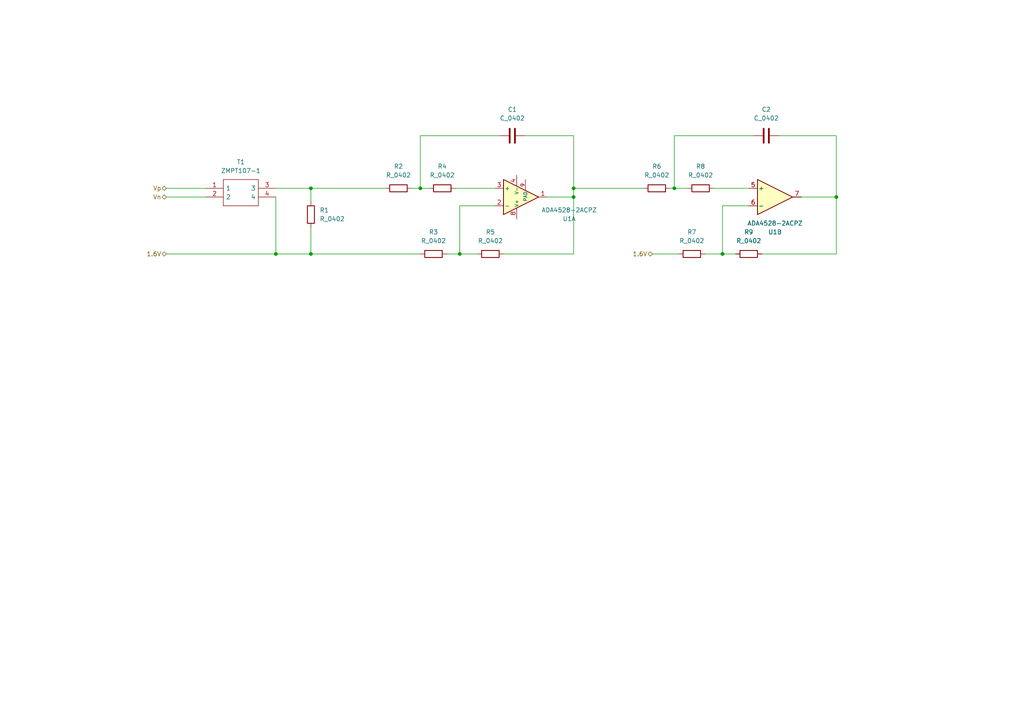
<source format=kicad_sch>
(kicad_sch (version 20231120) (generator "eeschema") (generator_version "8.0")
  (paper "A4")
  (lib_symbols
    (symbol "Mouser:ZMPT107-1" (pin_names (offset 0.762))
      (property "Reference" "T" (at 16.51 7.62 0))
      (property "Value" "ZMPT107-1" (at 16.51 5.08 0))
      (symbol "ZMPT107-1_0_0"
        (pin passive line (at 0 0 0) (length 5.08) (name "1") (number "1"))
        (pin passive line (at 0 -2.54 0) (length 5.08) (name "2") (number "2"))
        (pin passive line (at 20.32 0 180) (length 5.08) (name "3") (number "3"))
        (pin passive line (at 20.32 -2.54 180) (length 5.08) (name "4") (number "4"))
      )
      (symbol "ZMPT107-1_0_1"
        (polyline (pts (xy 5.08 2.54) (xy 15.24 2.54) (xy 15.24 -5.08) (xy 5.08 -5.08) (xy 5.08 2.54)) (stroke (width 0.1524)))
      )
    )
    (symbol "PCM_Amplifier_Operational_AKL:ADA4528-2ACPZ" (pin_names (offset 0.2))
      (property "Reference" "U" (at 2.54 7.62 0))
      (property "Value" "ADA4528-2ACPZ" (at 2.54 5.08 0))
      (symbol "ADA4528-2ACPZ_0_1"
        (polyline (pts (xy -5.08 5.08) (xy -5.08 -5.08) (xy 5.08 0) (xy -5.08 5.08)) (stroke (width 0.254)) (fill (type background)))
      )
      (symbol "ADA4528-2ACPZ_1_1"
        (pin output line (at 7.62 0 180) (length 2.54) (name "~") (number "1"))
        (pin input line (at -7.62 2.54 0) (length 2.54) (name "-") (number "2"))
        (pin input line (at -7.62 -2.54 0) (length 2.54) (name "+") (number "3"))
        (pin power_in line (at -1.27 -6.35 90) (length 3.18) (name "V-") (number "4"))
        (pin power_in line (at -1.27 6.35 270) (length 3.18) (name "V+") (number "8"))
        (pin power_in line (at 1.27 -5.08 90) (length 3.18) (name "PAD") (number "9"))
      )
      (symbol "ADA4528-2ACPZ_2_1"
        (pin input line (at -7.62 -2.54 0) (length 2.54) (name "+") (number "5"))
        (pin input line (at -7.62 2.54 0) (length 2.54) (name "-") (number "6"))
        (pin output line (at 7.62 0 180) (length 2.54) (name "~") (number "7"))
      )
    )
    (symbol "PCM_Capacitor_AKL:C_0402" (pin_numbers hide) (pin_names (offset 0.254))
      (property "Reference" "C" (at 0.635 2.54 0))
      (property "Value" "C_0402" (at 0.635 -2.54 0))
      (symbol "C_0402_0_1"
        (polyline (pts (xy -2.032 -0.762) (xy 2.032 -0.762)) (stroke (width 0.508)))
        (polyline (pts (xy -2.032 0.762) (xy 2.032 0.762)) (stroke (width 0.508)))
      )
      (symbol "C_0402_0_2"
        (polyline (pts (xy -2.54 -2.54) (xy -0.381 -0.381)))
        (polyline (pts (xy -0.508 -0.508) (xy -1.651 0.635)) (stroke (width 0.508)))
        (polyline (pts (xy -0.508 -0.508) (xy 0.635 -1.651)) (stroke (width 0.508)))
        (polyline (pts (xy 0.381 0.381) (xy 2.54 2.54)))
        (polyline (pts (xy 0.508 0.508) (xy -0.635 1.651)) (stroke (width 0.508)))
        (polyline (pts (xy 0.508 0.508) (xy 1.651 -0.635)) (stroke (width 0.508)))
      )
      (symbol "C_0402_1_1"
        (pin passive line (at 0 3.81 270) (length 2.794) (name "~") (number "1"))
        (pin passive line (at 0 -3.81 90) (length 2.794) (name "~") (number "2"))
      )
      (symbol "C_0402_1_2"
        (pin passive line (at 2.54 2.54 270) (length 0) (name "~") (number "1"))
        (pin passive line (at -2.54 -2.54 90) (length 0) (name "~") (number "2"))
      )
    )
    (symbol "PCM_Resistor_AKL:R_0402" (pin_numbers hide) (pin_names (offset 0))
      (property "Reference" "R" (at 2.54 1.27 0))
      (property "Value" "R_0402" (at 2.54 -1.27 0))
      (symbol "R_0402_0_1"
        (rectangle (start -1.016 2.54) (end 1.016 -2.54) (stroke (width 0.254)))
      )
      (symbol "R_0402_0_2"
        (polyline (pts (xy -2.54 -2.54) (xy -1.524 -1.524)))
        (polyline (pts (xy 1.524 1.524) (xy 2.54 2.54)))
        (polyline (pts (xy 1.524 1.524) (xy 0.889 2.159) (xy -2.159 -0.889) (xy -0.889 -2.159) (xy 2.159 0.889) (xy 1.524 1.524)) (stroke (width 0.254)))
      )
      (symbol "R_0402_1_1"
        (pin passive line (at 0 3.81 270) (length 1.27) (name "~") (number "1"))
        (pin passive line (at 0 -3.81 90) (length 1.27) (name "~") (number "2"))
      )
      (symbol "R_0402_1_2"
        (pin passive line (at 2.54 2.54 180) (length 0) (name "") (number "1"))
        (pin passive line (at -2.54 -2.54 0) (length 0) (name "") (number "2"))
      )
    )
  )
  (junction (at 121.92 54.61))
  (junction (at 209.55 73.66))
  (junction (at 90.17 54.61))
  (junction (at 195.58 54.61))
  (junction (at 166.37 57.15))
  (junction (at 166.37 54.61))
  (junction (at 133.35 73.66))
  (junction (at 242.57 57.15))
  (junction (at 80.01 73.66))
  (junction (at 90.17 73.66))
  (wire (pts (xy 133.35 59.69) (xy 133.35 73.66)))
  (wire (pts (xy 242.57 73.66) (xy 242.57 57.15)))
  (wire (pts (xy 80.01 73.66) (xy 90.17 73.66)))
  (wire (pts (xy 48.26 54.61) (xy 59.69 54.61)))
  (wire (pts (xy 195.58 39.37) (xy 195.58 54.61)))
  (wire (pts (xy 119.38 54.61) (xy 121.92 54.61)))
  (wire (pts (xy 209.55 59.69) (xy 209.55 73.66)))
  (wire (pts (xy 80.01 57.15) (xy 80.01 73.66)))
  (wire (pts (xy 146.05 73.66) (xy 166.37 73.66)))
  (wire (pts (xy 166.37 54.61) (xy 166.37 57.15)))
  (wire (pts (xy 209.55 73.66) (xy 204.47 73.66)))
  (wire (pts (xy 111.76 54.61) (xy 90.17 54.61)))
  (wire (pts (xy 195.58 54.61) (xy 199.39 54.61)))
  (wire (pts (xy 226.06 39.37) (xy 242.57 39.37)))
  (wire (pts (xy 90.17 73.66) (xy 90.17 66.04)))
  (wire (pts (xy 143.51 59.69) (xy 133.35 59.69)))
  (wire (pts (xy 166.37 54.61) (xy 186.69 54.61)))
  (wire (pts (xy 144.78 39.37) (xy 121.92 39.37)))
  (wire (pts (xy 242.57 39.37) (xy 242.57 57.15)))
  (wire (pts (xy 133.35 73.66) (xy 129.54 73.66)))
  (wire (pts (xy 166.37 73.66) (xy 166.37 57.15)))
  (wire (pts (xy 121.92 39.37) (xy 121.92 54.61)))
  (wire (pts (xy 166.37 39.37) (xy 166.37 54.61)))
  (wire (pts (xy 217.17 59.69) (xy 209.55 59.69)))
  (wire (pts (xy 196.85 73.66) (xy 189.23 73.66)))
  (wire (pts (xy 132.08 54.61) (xy 143.51 54.61)))
  (wire (pts (xy 207.01 54.61) (xy 217.17 54.61)))
  (wire (pts (xy 121.92 54.61) (xy 124.46 54.61)))
  (wire (pts (xy 90.17 54.61) (xy 90.17 58.42)))
  (wire (pts (xy 194.31 54.61) (xy 195.58 54.61)))
  (wire (pts (xy 133.35 73.66) (xy 138.43 73.66)))
  (wire (pts (xy 218.44 39.37) (xy 195.58 39.37)))
  (wire (pts (xy 48.26 57.15) (xy 59.69 57.15)))
  (wire (pts (xy 242.57 57.15) (xy 232.41 57.15)))
  (wire (pts (xy 152.4 39.37) (xy 166.37 39.37)))
  (wire (pts (xy 48.26 73.66) (xy 80.01 73.66)))
  (wire (pts (xy 220.98 73.66) (xy 242.57 73.66)))
  (wire (pts (xy 166.37 57.15) (xy 158.75 57.15)))
  (wire (pts (xy 209.55 73.66) (xy 213.36 73.66)))
  (wire (pts (xy 80.01 54.61) (xy 90.17 54.61)))
  (wire (pts (xy 121.92 73.66) (xy 90.17 73.66)))
  (hierarchical_label "Vn" (shape bidirectional) (at 48.26 57.15 180))
  (hierarchical_label "1.6V" (shape bidirectional) (at 189.23 73.66 180))
  (hierarchical_label "Vp" (shape bidirectional) (at 48.26 54.61 180))
  (hierarchical_label "1.6V" (shape bidirectional) (at 48.26 73.66 180))
  (symbol (lib_id "PCM_Resistor_AKL:R_0402") (at 90.17 62.23 180) (unit 1)
    (property "Reference" "R1" (at 92.71 60.9599 0) (effects (justify right)))
    (property "Value" "R_0402" (at 92.71 63.4999 0) (effects (justify right)))
    (property "Footprint" "PCM_Resistor_SMD_AKL:R_0402_1005Metric" (effects (hide yes)))
    (property "Description" "SMD 0402 Chip Resistor, European Symbol, Alternate KiCad Library" (effects (hide yes)))
  )
  (symbol (lib_id "Mouser:ZMPT107-1") (at 59.69 54.61 0) (unit 1)
    (property "Reference" "T1" (at 69.85 46.99 0))
    (property "Value" "ZMPT107-1" (at 69.85 49.53 0))
    (property "Footprint" "ZMPT1071" (effects (hide yes)))
    (property "Datasheet" "https://item.szlcsc.com/136467.html" (effects (hide yes)))
    (property "Description" "2mA Voltage transformer 1:1 2mA Plugin Current Sense Transformers ROHS" (effects (hide yes)))
    (property "Description_1" "2mA Voltage transformer 1:1 2mA Plugin Current Sense Transformers ROHS" (effects (hide yes)))
    (property "Height" "18.4" (effects (hide yes)))
    (property "Manufacturer_Name" "Qingxian Zeming Langxi Electronic" (effects (hide yes)))
    (property "Manufacturer_Part_Number" "ZMPT107-1" (effects (hide yes)))
  )
  (symbol (lib_id "PCM_Amplifier_Operational_AKL:ADA4528-2ACPZ") (at 224.79 57.15 0) (mirror x) (unit 2)
    (property "Reference" "U1" (at 224.79 67.31 0))
    (property "Value" "ADA4528-2ACPZ" (at 224.79 64.77 0))
    (property "Footprint" "PCM_Package_DFN_QFN_AKL:DFN-8-1EP_3x3mm_P0.5mm_EP1.66x2.38mm" (effects (hide yes)))
    (property "Datasheet" "https://www.tme.eu/Document/d42d21de1e5b8f8fdb77a0b021808479/ADA4528-1_4528-2.pdf" (effects (hide yes)))
    (property "Description" "DFN-8 Dual Auto-Zero RRIO Operational Amplifier, 2.5μV Offset, 15nV/°C Drift, 97nVp-p Noise, 4MHz GBW, Alternate KiCAD Library" (effects (hide yes)))
  )
  (symbol (lib_id "PCM_Capacitor_AKL:C_0402") (at 148.59 39.37 90) (unit 1)
    (property "Reference" "C1" (at 148.59 31.75 90))
    (property "Value" "C_0402" (at 148.59 34.29 90))
    (property "Footprint" "PCM_Capacitor_SMD_AKL:C_0402_1005Metric" (effects (hide yes)))
    (property "Description" "SMD 0402 MLCC capacitor, Alternate KiCad Library" (effects (hide yes)))
  )
  (symbol (lib_id "PCM_Resistor_AKL:R_0402") (at 115.57 54.61 90) (unit 1)
    (property "Reference" "R2" (at 115.57 48.26 90))
    (property "Value" "R_0402" (at 115.57 50.8 90))
    (property "Footprint" "PCM_Resistor_SMD_AKL:R_0402_1005Metric" (effects (hide yes)))
    (property "Description" "SMD 0402 Chip Resistor, European Symbol, Alternate KiCad Library" (effects (hide yes)))
  )
  (symbol (lib_id "PCM_Resistor_AKL:R_0402") (at 190.5 54.61 90) (unit 1)
    (property "Reference" "R6" (at 190.5 48.26 90))
    (property "Value" "R_0402" (at 190.5 50.8 90))
    (property "Footprint" "PCM_Resistor_SMD_AKL:R_0402_1005Metric" (effects (hide yes)))
    (property "Description" "SMD 0402 Chip Resistor, European Symbol, Alternate KiCad Library" (effects (hide yes)))
  )
  (symbol (lib_id "PCM_Amplifier_Operational_AKL:ADA4528-2ACPZ") (at 151.13 57.15 0) (mirror x) (unit 1)
    (property "Reference" "U1" (at 165.1 63.4686 0))
    (property "Value" "ADA4528-2ACPZ" (at 165.1 60.9286 0))
    (property "Footprint" "PCM_Package_DFN_QFN_AKL:DFN-8-1EP_3x3mm_P0.5mm_EP1.66x2.38mm" (effects (hide yes)))
    (property "Datasheet" "https://www.tme.eu/Document/d42d21de1e5b8f8fdb77a0b021808479/ADA4528-1_4528-2.pdf" (effects (hide yes)))
    (property "Description" "DFN-8 Dual Auto-Zero RRIO Operational Amplifier, 2.5μV Offset, 15nV/°C Drift, 97nVp-p Noise, 4MHz GBW, Alternate KiCAD Library" (effects (hide yes)))
  )
  (symbol (lib_id "PCM_Resistor_AKL:R_0402") (at 200.66 73.66 90) (unit 1)
    (property "Reference" "R7" (at 200.66 67.31 90))
    (property "Value" "R_0402" (at 200.66 69.85 90))
    (property "Footprint" "PCM_Resistor_SMD_AKL:R_0402_1005Metric" (effects (hide yes)))
    (property "Description" "SMD 0402 Chip Resistor, European Symbol, Alternate KiCad Library" (effects (hide yes)))
  )
  (symbol (lib_id "PCM_Resistor_AKL:R_0402") (at 142.24 73.66 90) (unit 1)
    (property "Reference" "R5" (at 142.24 67.31 90))
    (property "Value" "R_0402" (at 142.24 69.85 90))
    (property "Footprint" "PCM_Resistor_SMD_AKL:R_0402_1005Metric" (effects (hide yes)))
    (property "Description" "SMD 0402 Chip Resistor, European Symbol, Alternate KiCad Library" (effects (hide yes)))
  )
  (symbol (lib_id "PCM_Resistor_AKL:R_0402") (at 203.2 54.61 90) (unit 1)
    (property "Reference" "R8" (at 203.2 48.26 90))
    (property "Value" "R_0402" (at 203.2 50.8 90))
    (property "Footprint" "PCM_Resistor_SMD_AKL:R_0402_1005Metric" (effects (hide yes)))
    (property "Description" "SMD 0402 Chip Resistor, European Symbol, Alternate KiCad Library" (effects (hide yes)))
  )
  (symbol (lib_id "PCM_Capacitor_AKL:C_0402") (at 222.25 39.37 90) (unit 1)
    (property "Reference" "C2" (at 222.25 31.75 90))
    (property "Value" "C_0402" (at 222.25 34.29 90))
    (property "Footprint" "PCM_Capacitor_SMD_AKL:C_0402_1005Metric" (effects (hide yes)))
    (property "Description" "SMD 0402 MLCC capacitor, Alternate KiCad Library" (effects (hide yes)))
  )
  (symbol (lib_id "PCM_Resistor_AKL:R_0402") (at 125.73 73.66 90) (unit 1)
    (property "Reference" "R3" (at 125.73 67.31 90))
    (property "Value" "R_0402" (at 125.73 69.85 90))
    (property "Footprint" "PCM_Resistor_SMD_AKL:R_0402_1005Metric" (effects (hide yes)))
    (property "Description" "SMD 0402 Chip Resistor, European Symbol, Alternate KiCad Library" (effects (hide yes)))
  )
  (symbol (lib_id "PCM_Resistor_AKL:R_0402") (at 128.27 54.61 90) (unit 1)
    (property "Reference" "R4" (at 128.27 48.26 90))
    (property "Value" "R_0402" (at 128.27 50.8 90))
    (property "Footprint" "PCM_Resistor_SMD_AKL:R_0402_1005Metric" (effects (hide yes)))
    (property "Description" "SMD 0402 Chip Resistor, European Symbol, Alternate KiCad Library" (effects (hide yes)))
  )
  (symbol (lib_id "PCM_Resistor_AKL:R_0402") (at 217.17 73.66 90) (unit 1)
    (property "Reference" "R9" (at 217.17 67.31 90))
    (property "Value" "R_0402" (at 217.17 69.85 90))
    (property "Footprint" "PCM_Resistor_SMD_AKL:R_0402_1005Metric" (effects (hide yes)))
    (property "Description" "SMD 0402 Chip Resistor, European Symbol, Alternate KiCad Library" (effects (hide yes)))
  )
)
</source>
